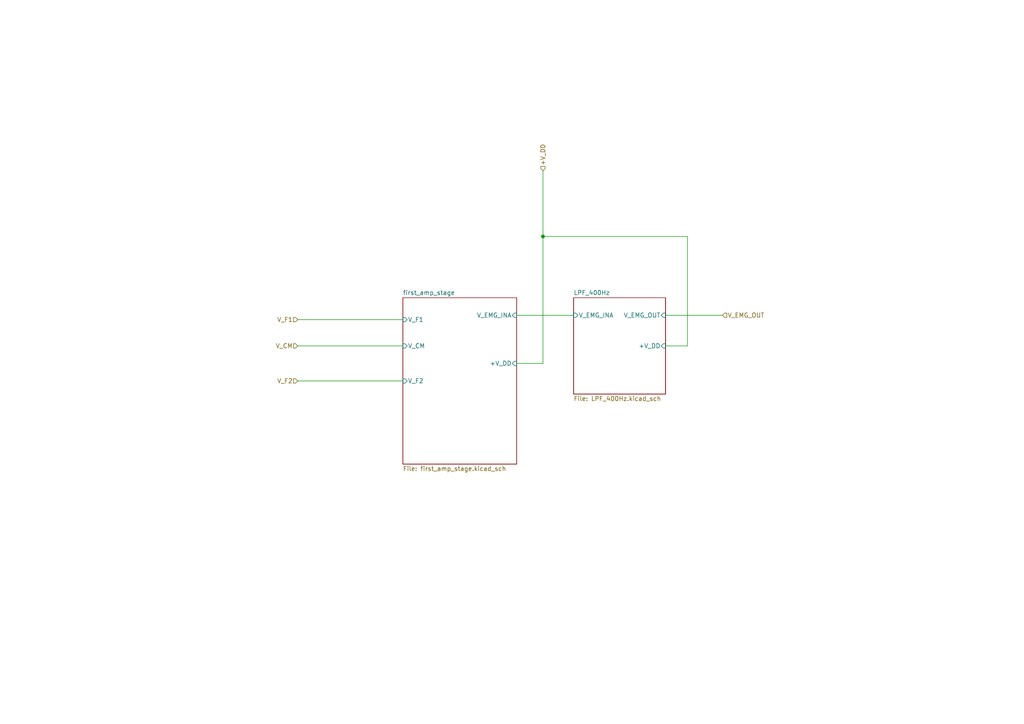
<source format=kicad_sch>
(kicad_sch
	(version 20231120)
	(generator "eeschema")
	(generator_version "8.0")
	(uuid "7365e901-eed3-41d4-a541-39f9b4f0f3a2")
	(paper "A4")
	(lib_symbols)
	(junction
		(at 157.48 68.58)
		(diameter 0)
		(color 0 0 0 0)
		(uuid "7f135ed0-7e76-42a2-b360-ec8a3bbad7c3")
	)
	(wire
		(pts
			(xy 157.48 68.58) (xy 157.48 105.41)
		)
		(stroke
			(width 0)
			(type default)
		)
		(uuid "09ecc8e9-747e-45d5-9631-a2516b83c1c7")
	)
	(wire
		(pts
			(xy 199.39 68.58) (xy 199.39 100.33)
		)
		(stroke
			(width 0)
			(type default)
		)
		(uuid "1782a566-84ab-43fe-ab27-97f168044017")
	)
	(wire
		(pts
			(xy 86.36 92.71) (xy 116.84 92.71)
		)
		(stroke
			(width 0)
			(type default)
		)
		(uuid "276a68d9-ed63-486d-b23d-fa9b13b73e82")
	)
	(wire
		(pts
			(xy 157.48 49.53) (xy 157.48 68.58)
		)
		(stroke
			(width 0)
			(type default)
		)
		(uuid "3db2087f-fa7e-48db-afe4-63afd66ab42a")
	)
	(wire
		(pts
			(xy 157.48 68.58) (xy 199.39 68.58)
		)
		(stroke
			(width 0)
			(type default)
		)
		(uuid "4d8406c5-c5b7-441b-926d-acdf29306f60")
	)
	(wire
		(pts
			(xy 86.36 110.49) (xy 116.84 110.49)
		)
		(stroke
			(width 0)
			(type default)
		)
		(uuid "59c6fe88-99d2-43f3-81da-88f91103df9a")
	)
	(wire
		(pts
			(xy 86.36 100.33) (xy 116.84 100.33)
		)
		(stroke
			(width 0)
			(type default)
		)
		(uuid "66a7a434-34fd-44e2-a467-a5a824ff1088")
	)
	(wire
		(pts
			(xy 193.04 91.44) (xy 209.55 91.44)
		)
		(stroke
			(width 0)
			(type default)
		)
		(uuid "79d0b937-cf57-4f7b-a167-283a7eb4d1e4")
	)
	(wire
		(pts
			(xy 149.86 91.44) (xy 166.37 91.44)
		)
		(stroke
			(width 0)
			(type default)
		)
		(uuid "86794bb8-bdaa-4122-bccc-558abe110f9b")
	)
	(wire
		(pts
			(xy 157.48 105.41) (xy 149.86 105.41)
		)
		(stroke
			(width 0)
			(type default)
		)
		(uuid "f49dd9e2-d3f6-4b60-bd64-42137c45c0e4")
	)
	(wire
		(pts
			(xy 199.39 100.33) (xy 193.04 100.33)
		)
		(stroke
			(width 0)
			(type default)
		)
		(uuid "fc2a85fe-0f51-448f-bccc-84e783d492aa")
	)
	(hierarchical_label "V_CM"
		(shape input)
		(at 86.36 100.33 180)
		(fields_autoplaced yes)
		(effects
			(font
				(size 1.27 1.27)
			)
			(justify right)
		)
		(uuid "1d298ebe-4a77-4369-b758-a2ac06409105")
	)
	(hierarchical_label "V_F1"
		(shape input)
		(at 86.36 92.71 180)
		(fields_autoplaced yes)
		(effects
			(font
				(size 1.27 1.27)
			)
			(justify right)
		)
		(uuid "2f7cc0d6-1710-4ba3-87c7-8e46fc2c4c9d")
	)
	(hierarchical_label "+V_DD"
		(shape input)
		(at 157.48 49.53 90)
		(fields_autoplaced yes)
		(effects
			(font
				(size 1.27 1.27)
			)
			(justify left)
		)
		(uuid "6d52b77a-b104-4899-87e0-12afc5305eee")
	)
	(hierarchical_label "V_F2"
		(shape input)
		(at 86.36 110.49 180)
		(fields_autoplaced yes)
		(effects
			(font
				(size 1.27 1.27)
			)
			(justify right)
		)
		(uuid "6d869671-928d-460d-b27a-ddfe7c27ec2e")
	)
	(hierarchical_label "V_EMG_OUT"
		(shape input)
		(at 209.55 91.44 0)
		(fields_autoplaced yes)
		(effects
			(font
				(size 1.27 1.27)
			)
			(justify left)
		)
		(uuid "d03ec153-117e-4196-ad73-73df31854660")
	)
	(sheet
		(at 166.37 86.36)
		(size 26.67 27.94)
		(fields_autoplaced yes)
		(stroke
			(width 0.1524)
			(type solid)
		)
		(fill
			(color 0 0 0 0.0000)
		)
		(uuid "9ebd75c2-4d7f-48d4-a0dc-d3adae36c4ad")
		(property "Sheetname" "LPF_400Hz"
			(at 166.37 85.6484 0)
			(effects
				(font
					(size 1.27 1.27)
				)
				(justify left bottom)
			)
		)
		(property "Sheetfile" "LPF_400Hz.kicad_sch"
			(at 166.37 114.8846 0)
			(effects
				(font
					(size 1.27 1.27)
				)
				(justify left top)
			)
		)
		(pin "V_EMG_OUT" input
			(at 193.04 91.44 0)
			(effects
				(font
					(size 1.27 1.27)
				)
				(justify right)
			)
			(uuid "76115612-a5b3-431f-8693-11f620faa5ea")
		)
		(pin "V_EMG_INA" input
			(at 166.37 91.44 180)
			(effects
				(font
					(size 1.27 1.27)
				)
				(justify left)
			)
			(uuid "c087bf23-5477-49bd-80d1-18ae13d0f7e6")
		)
		(pin "+V_DD" input
			(at 193.04 100.33 0)
			(effects
				(font
					(size 1.27 1.27)
				)
				(justify right)
			)
			(uuid "f8b3c256-d9b4-4f97-8057-7047fb56bf9e")
		)
		(instances
			(project "SigAcqModule_TwoSided"
				(path "/35a76d6a-a0c5-4989-a335-ebbff193f82f/72fc0472-f3f0-421e-b55d-48068e512543"
					(page "7")
				)
			)
		)
	)
	(sheet
		(at 116.84 86.36)
		(size 33.02 48.26)
		(fields_autoplaced yes)
		(stroke
			(width 0.1524)
			(type solid)
		)
		(fill
			(color 0 0 0 0.0000)
		)
		(uuid "e43befae-fde2-421e-a60d-f0a40d16233c")
		(property "Sheetname" "first_amp_stage"
			(at 116.84 85.6484 0)
			(effects
				(font
					(size 1.27 1.27)
				)
				(justify left bottom)
			)
		)
		(property "Sheetfile" "first_amp_stage.kicad_sch"
			(at 116.84 135.2046 0)
			(effects
				(font
					(size 1.27 1.27)
				)
				(justify left top)
			)
		)
		(pin "V_CM" input
			(at 116.84 100.33 180)
			(effects
				(font
					(size 1.27 1.27)
				)
				(justify left)
			)
			(uuid "4c102171-85e3-45c1-bb57-287eb9905990")
		)
		(pin "V_EMG_INA" input
			(at 149.86 91.44 0)
			(effects
				(font
					(size 1.27 1.27)
				)
				(justify right)
			)
			(uuid "ce6cee2c-6a67-4a7b-814a-50404fc474b1")
		)
		(pin "V_F2" input
			(at 116.84 110.49 180)
			(effects
				(font
					(size 1.27 1.27)
				)
				(justify left)
			)
			(uuid "6cd44a23-3777-4076-aa22-b0176251a706")
		)
		(pin "V_F1" input
			(at 116.84 92.71 180)
			(effects
				(font
					(size 1.27 1.27)
				)
				(justify left)
			)
			(uuid "fc7ab0b0-9c8f-40bd-89cc-df5bda4b6014")
		)
		(pin "+V_DD" input
			(at 149.86 105.41 0)
			(effects
				(font
					(size 1.27 1.27)
				)
				(justify right)
			)
			(uuid "20ae79ea-5bd9-420a-9af6-d645e5bdddc2")
		)
		(instances
			(project "SigAcqModule_TwoSided"
				(path "/35a76d6a-a0c5-4989-a335-ebbff193f82f/72fc0472-f3f0-421e-b55d-48068e512543"
					(page "8")
				)
			)
		)
	)
)

</source>
